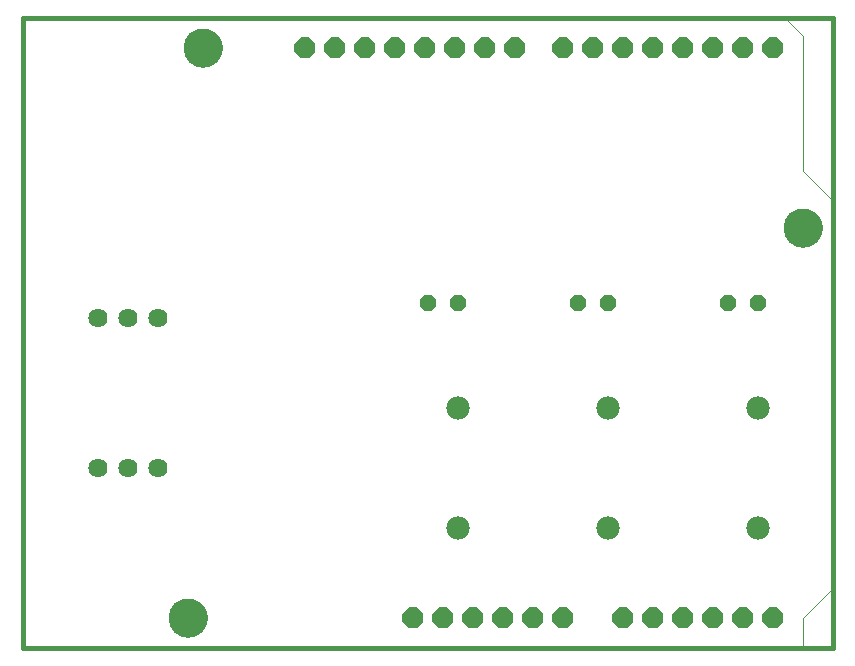
<source format=gbs>
G75*
%MOIN*%
%OFA0B0*%
%FSLAX25Y25*%
%IPPOS*%
%LPD*%
%AMOC8*
5,1,8,0,0,1.08239X$1,22.5*
%
%ADD10C,0.01600*%
%ADD11C,0.06400*%
%ADD12OC8,0.05600*%
%ADD13C,0.07800*%
%ADD14C,0.00000*%
%ADD15OC8,0.07000*%
%ADD16C,0.12998*%
D10*
X0027000Y0005000D02*
X0297000Y0005000D01*
X0297000Y0215000D01*
X0027000Y0215000D01*
X0027000Y0005000D01*
D11*
X0052000Y0065000D03*
X0062000Y0065000D03*
X0072000Y0065000D03*
X0072000Y0115000D03*
X0062000Y0115000D03*
X0052000Y0115000D03*
D12*
X0162000Y0120000D03*
X0172000Y0120000D03*
X0212000Y0120000D03*
X0222000Y0120000D03*
X0262000Y0120000D03*
X0272000Y0120000D03*
D13*
X0272000Y0085000D03*
X0222000Y0085000D03*
X0172000Y0085000D03*
X0172000Y0045000D03*
X0222000Y0045000D03*
X0272000Y0045000D03*
D14*
X0027000Y0005000D02*
X0027000Y0215000D01*
X0281000Y0215000D01*
X0287000Y0209000D01*
X0287000Y0164000D01*
X0297000Y0154000D01*
X0297000Y0025000D01*
X0287000Y0015000D01*
X0287000Y0005000D01*
X0027000Y0005000D01*
X0075701Y0015000D02*
X0075703Y0015158D01*
X0075709Y0015316D01*
X0075719Y0015474D01*
X0075733Y0015632D01*
X0075751Y0015789D01*
X0075772Y0015946D01*
X0075798Y0016102D01*
X0075828Y0016258D01*
X0075861Y0016413D01*
X0075899Y0016566D01*
X0075940Y0016719D01*
X0075985Y0016871D01*
X0076034Y0017022D01*
X0076087Y0017171D01*
X0076143Y0017319D01*
X0076203Y0017465D01*
X0076267Y0017610D01*
X0076335Y0017753D01*
X0076406Y0017895D01*
X0076480Y0018035D01*
X0076558Y0018172D01*
X0076640Y0018308D01*
X0076724Y0018442D01*
X0076813Y0018573D01*
X0076904Y0018702D01*
X0076999Y0018829D01*
X0077096Y0018954D01*
X0077197Y0019076D01*
X0077301Y0019195D01*
X0077408Y0019312D01*
X0077518Y0019426D01*
X0077631Y0019537D01*
X0077746Y0019646D01*
X0077864Y0019751D01*
X0077985Y0019853D01*
X0078108Y0019953D01*
X0078234Y0020049D01*
X0078362Y0020142D01*
X0078492Y0020232D01*
X0078625Y0020318D01*
X0078760Y0020402D01*
X0078896Y0020481D01*
X0079035Y0020558D01*
X0079176Y0020630D01*
X0079318Y0020700D01*
X0079462Y0020765D01*
X0079608Y0020827D01*
X0079755Y0020885D01*
X0079904Y0020940D01*
X0080054Y0020991D01*
X0080205Y0021038D01*
X0080357Y0021081D01*
X0080510Y0021120D01*
X0080665Y0021156D01*
X0080820Y0021187D01*
X0080976Y0021215D01*
X0081132Y0021239D01*
X0081289Y0021259D01*
X0081447Y0021275D01*
X0081604Y0021287D01*
X0081763Y0021295D01*
X0081921Y0021299D01*
X0082079Y0021299D01*
X0082237Y0021295D01*
X0082396Y0021287D01*
X0082553Y0021275D01*
X0082711Y0021259D01*
X0082868Y0021239D01*
X0083024Y0021215D01*
X0083180Y0021187D01*
X0083335Y0021156D01*
X0083490Y0021120D01*
X0083643Y0021081D01*
X0083795Y0021038D01*
X0083946Y0020991D01*
X0084096Y0020940D01*
X0084245Y0020885D01*
X0084392Y0020827D01*
X0084538Y0020765D01*
X0084682Y0020700D01*
X0084824Y0020630D01*
X0084965Y0020558D01*
X0085104Y0020481D01*
X0085240Y0020402D01*
X0085375Y0020318D01*
X0085508Y0020232D01*
X0085638Y0020142D01*
X0085766Y0020049D01*
X0085892Y0019953D01*
X0086015Y0019853D01*
X0086136Y0019751D01*
X0086254Y0019646D01*
X0086369Y0019537D01*
X0086482Y0019426D01*
X0086592Y0019312D01*
X0086699Y0019195D01*
X0086803Y0019076D01*
X0086904Y0018954D01*
X0087001Y0018829D01*
X0087096Y0018702D01*
X0087187Y0018573D01*
X0087276Y0018442D01*
X0087360Y0018308D01*
X0087442Y0018172D01*
X0087520Y0018035D01*
X0087594Y0017895D01*
X0087665Y0017753D01*
X0087733Y0017610D01*
X0087797Y0017465D01*
X0087857Y0017319D01*
X0087913Y0017171D01*
X0087966Y0017022D01*
X0088015Y0016871D01*
X0088060Y0016719D01*
X0088101Y0016566D01*
X0088139Y0016413D01*
X0088172Y0016258D01*
X0088202Y0016102D01*
X0088228Y0015946D01*
X0088249Y0015789D01*
X0088267Y0015632D01*
X0088281Y0015474D01*
X0088291Y0015316D01*
X0088297Y0015158D01*
X0088299Y0015000D01*
X0088297Y0014842D01*
X0088291Y0014684D01*
X0088281Y0014526D01*
X0088267Y0014368D01*
X0088249Y0014211D01*
X0088228Y0014054D01*
X0088202Y0013898D01*
X0088172Y0013742D01*
X0088139Y0013587D01*
X0088101Y0013434D01*
X0088060Y0013281D01*
X0088015Y0013129D01*
X0087966Y0012978D01*
X0087913Y0012829D01*
X0087857Y0012681D01*
X0087797Y0012535D01*
X0087733Y0012390D01*
X0087665Y0012247D01*
X0087594Y0012105D01*
X0087520Y0011965D01*
X0087442Y0011828D01*
X0087360Y0011692D01*
X0087276Y0011558D01*
X0087187Y0011427D01*
X0087096Y0011298D01*
X0087001Y0011171D01*
X0086904Y0011046D01*
X0086803Y0010924D01*
X0086699Y0010805D01*
X0086592Y0010688D01*
X0086482Y0010574D01*
X0086369Y0010463D01*
X0086254Y0010354D01*
X0086136Y0010249D01*
X0086015Y0010147D01*
X0085892Y0010047D01*
X0085766Y0009951D01*
X0085638Y0009858D01*
X0085508Y0009768D01*
X0085375Y0009682D01*
X0085240Y0009598D01*
X0085104Y0009519D01*
X0084965Y0009442D01*
X0084824Y0009370D01*
X0084682Y0009300D01*
X0084538Y0009235D01*
X0084392Y0009173D01*
X0084245Y0009115D01*
X0084096Y0009060D01*
X0083946Y0009009D01*
X0083795Y0008962D01*
X0083643Y0008919D01*
X0083490Y0008880D01*
X0083335Y0008844D01*
X0083180Y0008813D01*
X0083024Y0008785D01*
X0082868Y0008761D01*
X0082711Y0008741D01*
X0082553Y0008725D01*
X0082396Y0008713D01*
X0082237Y0008705D01*
X0082079Y0008701D01*
X0081921Y0008701D01*
X0081763Y0008705D01*
X0081604Y0008713D01*
X0081447Y0008725D01*
X0081289Y0008741D01*
X0081132Y0008761D01*
X0080976Y0008785D01*
X0080820Y0008813D01*
X0080665Y0008844D01*
X0080510Y0008880D01*
X0080357Y0008919D01*
X0080205Y0008962D01*
X0080054Y0009009D01*
X0079904Y0009060D01*
X0079755Y0009115D01*
X0079608Y0009173D01*
X0079462Y0009235D01*
X0079318Y0009300D01*
X0079176Y0009370D01*
X0079035Y0009442D01*
X0078896Y0009519D01*
X0078760Y0009598D01*
X0078625Y0009682D01*
X0078492Y0009768D01*
X0078362Y0009858D01*
X0078234Y0009951D01*
X0078108Y0010047D01*
X0077985Y0010147D01*
X0077864Y0010249D01*
X0077746Y0010354D01*
X0077631Y0010463D01*
X0077518Y0010574D01*
X0077408Y0010688D01*
X0077301Y0010805D01*
X0077197Y0010924D01*
X0077096Y0011046D01*
X0076999Y0011171D01*
X0076904Y0011298D01*
X0076813Y0011427D01*
X0076724Y0011558D01*
X0076640Y0011692D01*
X0076558Y0011828D01*
X0076480Y0011965D01*
X0076406Y0012105D01*
X0076335Y0012247D01*
X0076267Y0012390D01*
X0076203Y0012535D01*
X0076143Y0012681D01*
X0076087Y0012829D01*
X0076034Y0012978D01*
X0075985Y0013129D01*
X0075940Y0013281D01*
X0075899Y0013434D01*
X0075861Y0013587D01*
X0075828Y0013742D01*
X0075798Y0013898D01*
X0075772Y0014054D01*
X0075751Y0014211D01*
X0075733Y0014368D01*
X0075719Y0014526D01*
X0075709Y0014684D01*
X0075703Y0014842D01*
X0075701Y0015000D01*
X0280701Y0145000D02*
X0280703Y0145158D01*
X0280709Y0145316D01*
X0280719Y0145474D01*
X0280733Y0145632D01*
X0280751Y0145789D01*
X0280772Y0145946D01*
X0280798Y0146102D01*
X0280828Y0146258D01*
X0280861Y0146413D01*
X0280899Y0146566D01*
X0280940Y0146719D01*
X0280985Y0146871D01*
X0281034Y0147022D01*
X0281087Y0147171D01*
X0281143Y0147319D01*
X0281203Y0147465D01*
X0281267Y0147610D01*
X0281335Y0147753D01*
X0281406Y0147895D01*
X0281480Y0148035D01*
X0281558Y0148172D01*
X0281640Y0148308D01*
X0281724Y0148442D01*
X0281813Y0148573D01*
X0281904Y0148702D01*
X0281999Y0148829D01*
X0282096Y0148954D01*
X0282197Y0149076D01*
X0282301Y0149195D01*
X0282408Y0149312D01*
X0282518Y0149426D01*
X0282631Y0149537D01*
X0282746Y0149646D01*
X0282864Y0149751D01*
X0282985Y0149853D01*
X0283108Y0149953D01*
X0283234Y0150049D01*
X0283362Y0150142D01*
X0283492Y0150232D01*
X0283625Y0150318D01*
X0283760Y0150402D01*
X0283896Y0150481D01*
X0284035Y0150558D01*
X0284176Y0150630D01*
X0284318Y0150700D01*
X0284462Y0150765D01*
X0284608Y0150827D01*
X0284755Y0150885D01*
X0284904Y0150940D01*
X0285054Y0150991D01*
X0285205Y0151038D01*
X0285357Y0151081D01*
X0285510Y0151120D01*
X0285665Y0151156D01*
X0285820Y0151187D01*
X0285976Y0151215D01*
X0286132Y0151239D01*
X0286289Y0151259D01*
X0286447Y0151275D01*
X0286604Y0151287D01*
X0286763Y0151295D01*
X0286921Y0151299D01*
X0287079Y0151299D01*
X0287237Y0151295D01*
X0287396Y0151287D01*
X0287553Y0151275D01*
X0287711Y0151259D01*
X0287868Y0151239D01*
X0288024Y0151215D01*
X0288180Y0151187D01*
X0288335Y0151156D01*
X0288490Y0151120D01*
X0288643Y0151081D01*
X0288795Y0151038D01*
X0288946Y0150991D01*
X0289096Y0150940D01*
X0289245Y0150885D01*
X0289392Y0150827D01*
X0289538Y0150765D01*
X0289682Y0150700D01*
X0289824Y0150630D01*
X0289965Y0150558D01*
X0290104Y0150481D01*
X0290240Y0150402D01*
X0290375Y0150318D01*
X0290508Y0150232D01*
X0290638Y0150142D01*
X0290766Y0150049D01*
X0290892Y0149953D01*
X0291015Y0149853D01*
X0291136Y0149751D01*
X0291254Y0149646D01*
X0291369Y0149537D01*
X0291482Y0149426D01*
X0291592Y0149312D01*
X0291699Y0149195D01*
X0291803Y0149076D01*
X0291904Y0148954D01*
X0292001Y0148829D01*
X0292096Y0148702D01*
X0292187Y0148573D01*
X0292276Y0148442D01*
X0292360Y0148308D01*
X0292442Y0148172D01*
X0292520Y0148035D01*
X0292594Y0147895D01*
X0292665Y0147753D01*
X0292733Y0147610D01*
X0292797Y0147465D01*
X0292857Y0147319D01*
X0292913Y0147171D01*
X0292966Y0147022D01*
X0293015Y0146871D01*
X0293060Y0146719D01*
X0293101Y0146566D01*
X0293139Y0146413D01*
X0293172Y0146258D01*
X0293202Y0146102D01*
X0293228Y0145946D01*
X0293249Y0145789D01*
X0293267Y0145632D01*
X0293281Y0145474D01*
X0293291Y0145316D01*
X0293297Y0145158D01*
X0293299Y0145000D01*
X0293297Y0144842D01*
X0293291Y0144684D01*
X0293281Y0144526D01*
X0293267Y0144368D01*
X0293249Y0144211D01*
X0293228Y0144054D01*
X0293202Y0143898D01*
X0293172Y0143742D01*
X0293139Y0143587D01*
X0293101Y0143434D01*
X0293060Y0143281D01*
X0293015Y0143129D01*
X0292966Y0142978D01*
X0292913Y0142829D01*
X0292857Y0142681D01*
X0292797Y0142535D01*
X0292733Y0142390D01*
X0292665Y0142247D01*
X0292594Y0142105D01*
X0292520Y0141965D01*
X0292442Y0141828D01*
X0292360Y0141692D01*
X0292276Y0141558D01*
X0292187Y0141427D01*
X0292096Y0141298D01*
X0292001Y0141171D01*
X0291904Y0141046D01*
X0291803Y0140924D01*
X0291699Y0140805D01*
X0291592Y0140688D01*
X0291482Y0140574D01*
X0291369Y0140463D01*
X0291254Y0140354D01*
X0291136Y0140249D01*
X0291015Y0140147D01*
X0290892Y0140047D01*
X0290766Y0139951D01*
X0290638Y0139858D01*
X0290508Y0139768D01*
X0290375Y0139682D01*
X0290240Y0139598D01*
X0290104Y0139519D01*
X0289965Y0139442D01*
X0289824Y0139370D01*
X0289682Y0139300D01*
X0289538Y0139235D01*
X0289392Y0139173D01*
X0289245Y0139115D01*
X0289096Y0139060D01*
X0288946Y0139009D01*
X0288795Y0138962D01*
X0288643Y0138919D01*
X0288490Y0138880D01*
X0288335Y0138844D01*
X0288180Y0138813D01*
X0288024Y0138785D01*
X0287868Y0138761D01*
X0287711Y0138741D01*
X0287553Y0138725D01*
X0287396Y0138713D01*
X0287237Y0138705D01*
X0287079Y0138701D01*
X0286921Y0138701D01*
X0286763Y0138705D01*
X0286604Y0138713D01*
X0286447Y0138725D01*
X0286289Y0138741D01*
X0286132Y0138761D01*
X0285976Y0138785D01*
X0285820Y0138813D01*
X0285665Y0138844D01*
X0285510Y0138880D01*
X0285357Y0138919D01*
X0285205Y0138962D01*
X0285054Y0139009D01*
X0284904Y0139060D01*
X0284755Y0139115D01*
X0284608Y0139173D01*
X0284462Y0139235D01*
X0284318Y0139300D01*
X0284176Y0139370D01*
X0284035Y0139442D01*
X0283896Y0139519D01*
X0283760Y0139598D01*
X0283625Y0139682D01*
X0283492Y0139768D01*
X0283362Y0139858D01*
X0283234Y0139951D01*
X0283108Y0140047D01*
X0282985Y0140147D01*
X0282864Y0140249D01*
X0282746Y0140354D01*
X0282631Y0140463D01*
X0282518Y0140574D01*
X0282408Y0140688D01*
X0282301Y0140805D01*
X0282197Y0140924D01*
X0282096Y0141046D01*
X0281999Y0141171D01*
X0281904Y0141298D01*
X0281813Y0141427D01*
X0281724Y0141558D01*
X0281640Y0141692D01*
X0281558Y0141828D01*
X0281480Y0141965D01*
X0281406Y0142105D01*
X0281335Y0142247D01*
X0281267Y0142390D01*
X0281203Y0142535D01*
X0281143Y0142681D01*
X0281087Y0142829D01*
X0281034Y0142978D01*
X0280985Y0143129D01*
X0280940Y0143281D01*
X0280899Y0143434D01*
X0280861Y0143587D01*
X0280828Y0143742D01*
X0280798Y0143898D01*
X0280772Y0144054D01*
X0280751Y0144211D01*
X0280733Y0144368D01*
X0280719Y0144526D01*
X0280709Y0144684D01*
X0280703Y0144842D01*
X0280701Y0145000D01*
X0080701Y0205000D02*
X0080703Y0205158D01*
X0080709Y0205316D01*
X0080719Y0205474D01*
X0080733Y0205632D01*
X0080751Y0205789D01*
X0080772Y0205946D01*
X0080798Y0206102D01*
X0080828Y0206258D01*
X0080861Y0206413D01*
X0080899Y0206566D01*
X0080940Y0206719D01*
X0080985Y0206871D01*
X0081034Y0207022D01*
X0081087Y0207171D01*
X0081143Y0207319D01*
X0081203Y0207465D01*
X0081267Y0207610D01*
X0081335Y0207753D01*
X0081406Y0207895D01*
X0081480Y0208035D01*
X0081558Y0208172D01*
X0081640Y0208308D01*
X0081724Y0208442D01*
X0081813Y0208573D01*
X0081904Y0208702D01*
X0081999Y0208829D01*
X0082096Y0208954D01*
X0082197Y0209076D01*
X0082301Y0209195D01*
X0082408Y0209312D01*
X0082518Y0209426D01*
X0082631Y0209537D01*
X0082746Y0209646D01*
X0082864Y0209751D01*
X0082985Y0209853D01*
X0083108Y0209953D01*
X0083234Y0210049D01*
X0083362Y0210142D01*
X0083492Y0210232D01*
X0083625Y0210318D01*
X0083760Y0210402D01*
X0083896Y0210481D01*
X0084035Y0210558D01*
X0084176Y0210630D01*
X0084318Y0210700D01*
X0084462Y0210765D01*
X0084608Y0210827D01*
X0084755Y0210885D01*
X0084904Y0210940D01*
X0085054Y0210991D01*
X0085205Y0211038D01*
X0085357Y0211081D01*
X0085510Y0211120D01*
X0085665Y0211156D01*
X0085820Y0211187D01*
X0085976Y0211215D01*
X0086132Y0211239D01*
X0086289Y0211259D01*
X0086447Y0211275D01*
X0086604Y0211287D01*
X0086763Y0211295D01*
X0086921Y0211299D01*
X0087079Y0211299D01*
X0087237Y0211295D01*
X0087396Y0211287D01*
X0087553Y0211275D01*
X0087711Y0211259D01*
X0087868Y0211239D01*
X0088024Y0211215D01*
X0088180Y0211187D01*
X0088335Y0211156D01*
X0088490Y0211120D01*
X0088643Y0211081D01*
X0088795Y0211038D01*
X0088946Y0210991D01*
X0089096Y0210940D01*
X0089245Y0210885D01*
X0089392Y0210827D01*
X0089538Y0210765D01*
X0089682Y0210700D01*
X0089824Y0210630D01*
X0089965Y0210558D01*
X0090104Y0210481D01*
X0090240Y0210402D01*
X0090375Y0210318D01*
X0090508Y0210232D01*
X0090638Y0210142D01*
X0090766Y0210049D01*
X0090892Y0209953D01*
X0091015Y0209853D01*
X0091136Y0209751D01*
X0091254Y0209646D01*
X0091369Y0209537D01*
X0091482Y0209426D01*
X0091592Y0209312D01*
X0091699Y0209195D01*
X0091803Y0209076D01*
X0091904Y0208954D01*
X0092001Y0208829D01*
X0092096Y0208702D01*
X0092187Y0208573D01*
X0092276Y0208442D01*
X0092360Y0208308D01*
X0092442Y0208172D01*
X0092520Y0208035D01*
X0092594Y0207895D01*
X0092665Y0207753D01*
X0092733Y0207610D01*
X0092797Y0207465D01*
X0092857Y0207319D01*
X0092913Y0207171D01*
X0092966Y0207022D01*
X0093015Y0206871D01*
X0093060Y0206719D01*
X0093101Y0206566D01*
X0093139Y0206413D01*
X0093172Y0206258D01*
X0093202Y0206102D01*
X0093228Y0205946D01*
X0093249Y0205789D01*
X0093267Y0205632D01*
X0093281Y0205474D01*
X0093291Y0205316D01*
X0093297Y0205158D01*
X0093299Y0205000D01*
X0093297Y0204842D01*
X0093291Y0204684D01*
X0093281Y0204526D01*
X0093267Y0204368D01*
X0093249Y0204211D01*
X0093228Y0204054D01*
X0093202Y0203898D01*
X0093172Y0203742D01*
X0093139Y0203587D01*
X0093101Y0203434D01*
X0093060Y0203281D01*
X0093015Y0203129D01*
X0092966Y0202978D01*
X0092913Y0202829D01*
X0092857Y0202681D01*
X0092797Y0202535D01*
X0092733Y0202390D01*
X0092665Y0202247D01*
X0092594Y0202105D01*
X0092520Y0201965D01*
X0092442Y0201828D01*
X0092360Y0201692D01*
X0092276Y0201558D01*
X0092187Y0201427D01*
X0092096Y0201298D01*
X0092001Y0201171D01*
X0091904Y0201046D01*
X0091803Y0200924D01*
X0091699Y0200805D01*
X0091592Y0200688D01*
X0091482Y0200574D01*
X0091369Y0200463D01*
X0091254Y0200354D01*
X0091136Y0200249D01*
X0091015Y0200147D01*
X0090892Y0200047D01*
X0090766Y0199951D01*
X0090638Y0199858D01*
X0090508Y0199768D01*
X0090375Y0199682D01*
X0090240Y0199598D01*
X0090104Y0199519D01*
X0089965Y0199442D01*
X0089824Y0199370D01*
X0089682Y0199300D01*
X0089538Y0199235D01*
X0089392Y0199173D01*
X0089245Y0199115D01*
X0089096Y0199060D01*
X0088946Y0199009D01*
X0088795Y0198962D01*
X0088643Y0198919D01*
X0088490Y0198880D01*
X0088335Y0198844D01*
X0088180Y0198813D01*
X0088024Y0198785D01*
X0087868Y0198761D01*
X0087711Y0198741D01*
X0087553Y0198725D01*
X0087396Y0198713D01*
X0087237Y0198705D01*
X0087079Y0198701D01*
X0086921Y0198701D01*
X0086763Y0198705D01*
X0086604Y0198713D01*
X0086447Y0198725D01*
X0086289Y0198741D01*
X0086132Y0198761D01*
X0085976Y0198785D01*
X0085820Y0198813D01*
X0085665Y0198844D01*
X0085510Y0198880D01*
X0085357Y0198919D01*
X0085205Y0198962D01*
X0085054Y0199009D01*
X0084904Y0199060D01*
X0084755Y0199115D01*
X0084608Y0199173D01*
X0084462Y0199235D01*
X0084318Y0199300D01*
X0084176Y0199370D01*
X0084035Y0199442D01*
X0083896Y0199519D01*
X0083760Y0199598D01*
X0083625Y0199682D01*
X0083492Y0199768D01*
X0083362Y0199858D01*
X0083234Y0199951D01*
X0083108Y0200047D01*
X0082985Y0200147D01*
X0082864Y0200249D01*
X0082746Y0200354D01*
X0082631Y0200463D01*
X0082518Y0200574D01*
X0082408Y0200688D01*
X0082301Y0200805D01*
X0082197Y0200924D01*
X0082096Y0201046D01*
X0081999Y0201171D01*
X0081904Y0201298D01*
X0081813Y0201427D01*
X0081724Y0201558D01*
X0081640Y0201692D01*
X0081558Y0201828D01*
X0081480Y0201965D01*
X0081406Y0202105D01*
X0081335Y0202247D01*
X0081267Y0202390D01*
X0081203Y0202535D01*
X0081143Y0202681D01*
X0081087Y0202829D01*
X0081034Y0202978D01*
X0080985Y0203129D01*
X0080940Y0203281D01*
X0080899Y0203434D01*
X0080861Y0203587D01*
X0080828Y0203742D01*
X0080798Y0203898D01*
X0080772Y0204054D01*
X0080751Y0204211D01*
X0080733Y0204368D01*
X0080719Y0204526D01*
X0080709Y0204684D01*
X0080703Y0204842D01*
X0080701Y0205000D01*
D15*
X0121000Y0205000D03*
X0131000Y0205000D03*
X0141000Y0205000D03*
X0151000Y0205000D03*
X0161000Y0205000D03*
X0171000Y0205000D03*
X0181000Y0205000D03*
X0191000Y0205000D03*
X0207000Y0205000D03*
X0217000Y0205000D03*
X0227000Y0205000D03*
X0237000Y0205000D03*
X0247000Y0205000D03*
X0257000Y0205000D03*
X0267000Y0205000D03*
X0277000Y0205000D03*
X0277000Y0015000D03*
X0267000Y0015000D03*
X0257000Y0015000D03*
X0247000Y0015000D03*
X0237000Y0015000D03*
X0227000Y0015000D03*
X0207000Y0015000D03*
X0197000Y0015000D03*
X0187000Y0015000D03*
X0177000Y0015000D03*
X0167000Y0015000D03*
X0157000Y0015000D03*
D16*
X0082000Y0015000D03*
X0287000Y0145000D03*
X0087000Y0205000D03*
M02*

</source>
